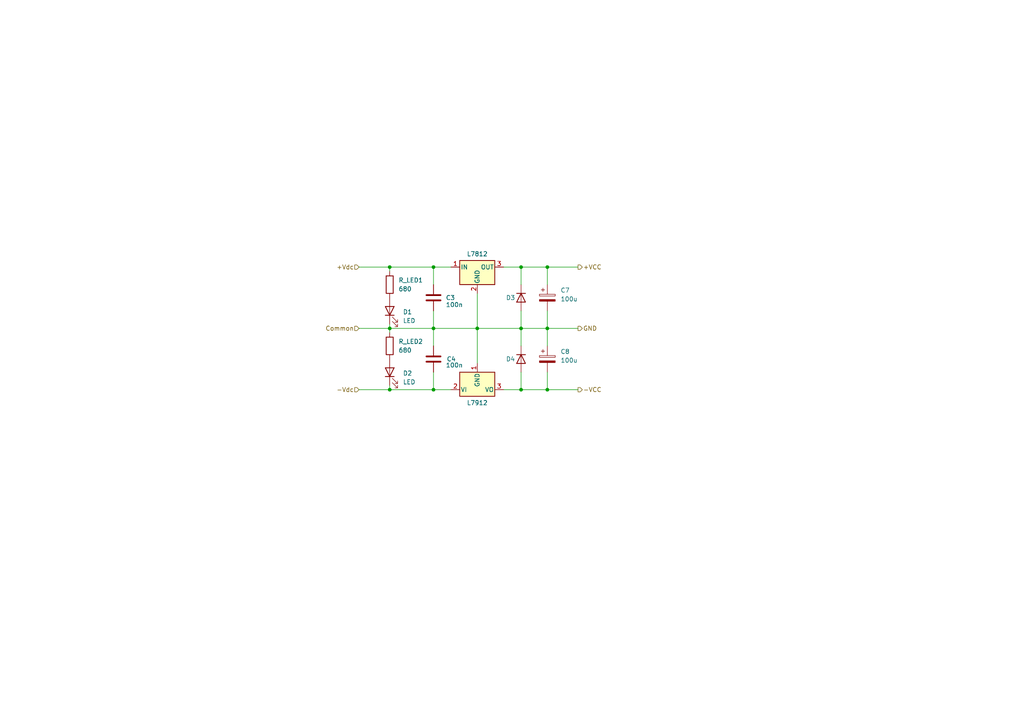
<source format=kicad_sch>
(kicad_sch (version 20231120) (generator "eeschema") (generator_version "8.0")
  (paper "A4")
  (lib_symbols
    (symbol "Device:C" (pin_numbers hide) (pin_names (offset 0.254))
      (property "Reference" "C" (at 0.635 2.54 0))
      (property "Value" "C" (at 0.635 -2.54 0))
      (symbol "C_0_1"
        (polyline (pts (xy -2.032 -0.762) (xy 2.032 -0.762)) (stroke (width 0.508)))
        (polyline (pts (xy -2.032 0.762) (xy 2.032 0.762)) (stroke (width 0.508)))
      )
      (symbol "C_1_1"
        (pin passive line (at 0 3.81 270) (length 2.794) (name "~") (number "1"))
        (pin passive line (at 0 -3.81 90) (length 2.794) (name "~") (number "2"))
      )
    )
    (symbol "Device:C_Polarized" (pin_numbers hide) (pin_names (offset 0.254))
      (property "Reference" "C" (at 0.635 2.54 0))
      (property "Value" "C_Polarized" (at 0.635 -2.54 0))
      (symbol "C_Polarized_0_1"
        (rectangle (start -2.286 0.508) (end 2.286 1.016))
        (polyline (pts (xy -1.778 2.286) (xy -0.762 2.286)))
        (polyline (pts (xy -1.27 2.794) (xy -1.27 1.778)))
        (rectangle (start 2.286 -0.508) (end -2.286 -1.016) (fill (type outline)))
      )
      (symbol "C_Polarized_1_1"
        (pin passive line (at 0 3.81 270) (length 2.794) (name "~") (number "1"))
        (pin passive line (at 0 -3.81 90) (length 2.794) (name "~") (number "2"))
      )
    )
    (symbol "Device:D" (pin_numbers hide) (pin_names (offset 1.016) hide)
      (property "Reference" "D" (at 0 2.54 0))
      (property "Value" "D" (at 0 -2.54 0))
      (symbol "D_0_1"
        (polyline (pts (xy -1.27 1.27) (xy -1.27 -1.27)) (stroke (width 0.254)))
        (polyline (pts (xy 1.27 0) (xy -1.27 0)))
        (polyline (pts (xy 1.27 1.27) (xy 1.27 -1.27) (xy -1.27 0) (xy 1.27 1.27)) (stroke (width 0.254)))
      )
      (symbol "D_1_1"
        (pin passive line (at -3.81 0 0) (length 2.54) (name "K") (number "1"))
        (pin passive line (at 3.81 0 180) (length 2.54) (name "A") (number "2"))
      )
    )
    (symbol "Device:LED" (pin_numbers hide) (pin_names (offset 1.016) hide)
      (property "Reference" "D" (at 0 2.54 0))
      (property "Value" "LED" (at 0 -2.54 0))
      (symbol "LED_0_1"
        (polyline (pts (xy -1.27 -1.27) (xy -1.27 1.27)) (stroke (width 0.254)))
        (polyline (pts (xy -1.27 0) (xy 1.27 0)))
        (polyline (pts (xy 1.27 -1.27) (xy 1.27 1.27) (xy -1.27 0) (xy 1.27 -1.27)) (stroke (width 0.254)))
        (polyline (pts (xy -3.048 -0.762) (xy -4.572 -2.286) (xy -3.81 -2.286) (xy -4.572 -2.286) (xy -4.572 -1.524)))
        (polyline (pts (xy -1.778 -0.762) (xy -3.302 -2.286) (xy -2.54 -2.286) (xy -3.302 -2.286) (xy -3.302 -1.524)))
      )
      (symbol "LED_1_1"
        (pin passive line (at -3.81 0 0) (length 2.54) (name "K") (number "1"))
        (pin passive line (at 3.81 0 180) (length 2.54) (name "A") (number "2"))
      )
    )
    (symbol "Device:R" (pin_numbers hide) (pin_names (offset 0))
      (property "Reference" "R" (at 2.032 0 90))
      (property "Value" "R" (at 0 0 90))
      (symbol "R_0_1"
        (rectangle (start -1.016 -2.54) (end 1.016 2.54) (stroke (width 0.254)))
      )
      (symbol "R_1_1"
        (pin passive line (at 0 3.81 270) (length 1.27) (name "~") (number "1"))
        (pin passive line (at 0 -3.81 90) (length 1.27) (name "~") (number "2"))
      )
    )
    (symbol "Regulator_Linear:L7812" (pin_names (offset 0.254))
      (property "Reference" "U" (at -3.81 3.175 0))
      (property "Value" "L7812" (at 0 3.175 0))
      (symbol "L7812_0_1"
        (rectangle (start -5.08 1.905) (end 5.08 -5.08) (stroke (width 0.254)) (fill (type background)))
      )
      (symbol "L7812_1_1"
        (pin power_in line (at -7.62 0 0) (length 2.54) (name "IN") (number "1"))
        (pin power_in line (at 0 -7.62 90) (length 2.54) (name "GND") (number "2"))
        (pin power_out line (at 7.62 0 180) (length 2.54) (name "OUT") (number "3"))
      )
    )
    (symbol "Regulator_Linear:L7912" (pin_names (offset 0.254))
      (property "Reference" "U" (at -3.81 -3.175 0))
      (property "Value" "L7912" (at 0 -3.175 0))
      (symbol "L7912_0_1"
        (rectangle (start -5.08 5.08) (end 5.08 -1.905) (stroke (width 0.254)) (fill (type background)))
      )
      (symbol "L7912_1_1"
        (pin power_in line (at 0 7.62 270) (length 2.54) (name "GND") (number "1"))
        (pin power_in line (at -7.62 0 0) (length 2.54) (name "VI") (number "2"))
        (pin power_out line (at 7.62 0 180) (length 2.54) (name "VO") (number "3"))
      )
    )
  )
  (junction (at 158.75 113.03))
  (junction (at 125.73 77.47))
  (junction (at 113.03 95.25))
  (junction (at 113.03 77.47))
  (junction (at 125.73 113.03))
  (junction (at 113.03 113.03))
  (junction (at 151.13 77.47))
  (junction (at 151.13 113.03))
  (junction (at 151.13 95.25))
  (junction (at 138.43 95.25))
  (junction (at 158.75 77.47))
  (junction (at 158.75 95.25))
  (junction (at 125.73 95.25))
  (wire (pts (xy 125.73 100.33) (xy 125.73 95.25)))
  (wire (pts (xy 151.13 113.03) (xy 158.75 113.03)))
  (wire (pts (xy 125.73 82.55) (xy 125.73 77.47)))
  (wire (pts (xy 104.14 113.03) (xy 113.03 113.03)))
  (wire (pts (xy 138.43 95.25) (xy 151.13 95.25)))
  (wire (pts (xy 113.03 78.74) (xy 113.03 77.47)))
  (wire (pts (xy 158.75 95.25) (xy 167.64 95.25)))
  (wire (pts (xy 146.05 77.47) (xy 151.13 77.47)))
  (wire (pts (xy 151.13 90.17) (xy 151.13 95.25)))
  (wire (pts (xy 158.75 107.95) (xy 158.75 113.03)))
  (wire (pts (xy 146.05 113.03) (xy 151.13 113.03)))
  (wire (pts (xy 158.75 77.47) (xy 167.64 77.47)))
  (wire (pts (xy 151.13 100.33) (xy 151.13 95.25)))
  (wire (pts (xy 151.13 82.55) (xy 151.13 77.47)))
  (wire (pts (xy 104.14 95.25) (xy 113.03 95.25)))
  (wire (pts (xy 151.13 107.95) (xy 151.13 113.03)))
  (wire (pts (xy 151.13 77.47) (xy 158.75 77.47)))
  (wire (pts (xy 113.03 95.25) (xy 125.73 95.25)))
  (wire (pts (xy 151.13 95.25) (xy 158.75 95.25)))
  (wire (pts (xy 113.03 113.03) (xy 125.73 113.03)))
  (wire (pts (xy 113.03 93.98) (xy 113.03 95.25)))
  (wire (pts (xy 125.73 90.17) (xy 125.73 95.25)))
  (wire (pts (xy 138.43 105.41) (xy 138.43 95.25)))
  (wire (pts (xy 158.75 82.55) (xy 158.75 77.47)))
  (wire (pts (xy 138.43 95.25) (xy 138.43 85.09)))
  (wire (pts (xy 158.75 113.03) (xy 167.64 113.03)))
  (wire (pts (xy 125.73 113.03) (xy 130.81 113.03)))
  (wire (pts (xy 113.03 95.25) (xy 113.03 96.52)))
  (wire (pts (xy 113.03 77.47) (xy 125.73 77.47)))
  (wire (pts (xy 158.75 90.17) (xy 158.75 95.25)))
  (wire (pts (xy 104.14 77.47) (xy 113.03 77.47)))
  (wire (pts (xy 125.73 95.25) (xy 138.43 95.25)))
  (wire (pts (xy 125.73 107.95) (xy 125.73 113.03)))
  (wire (pts (xy 113.03 111.76) (xy 113.03 113.03)))
  (wire (pts (xy 125.73 77.47) (xy 130.81 77.47)))
  (wire (pts (xy 158.75 100.33) (xy 158.75 95.25)))
  (hierarchical_label "GND" (shape output) (at 167.64 95.25 0))
  (hierarchical_label "Common" (shape input) (at 104.14 95.25 180))
  (hierarchical_label "-Vdc" (shape input) (at 104.14 113.03 180))
  (hierarchical_label "+Vdc" (shape input) (at 104.14 77.47 180))
  (hierarchical_label "-VCC" (shape output) (at 167.64 113.03 0))
  (hierarchical_label "+VCC" (shape output) (at 167.64 77.47 0))
  (symbol (lib_id "Device:D") (at 151.13 104.14 90) (mirror x) (unit 1)
    (property "Reference" "D4" (at 148.082 104.14 90))
    (property "Value" "D" (effects (hide yes)))
    (property "Description" "Diode" (effects (hide yes)))
    (property "Sim.Device" "D" (effects (hide yes)))
    (property "Sim.Pins" "1=K 2=A" (effects (hide yes)))
  )
  (symbol (lib_id "Device:C_Polarized") (at 158.75 104.14 0) (unit 1)
    (property "Reference" "C8" (at 162.56 101.9809 0) (effects (justify left)))
    (property "Value" "100u" (at 162.56 104.5209 0) (effects (justify left)))
    (property "Description" "Polarized capacitor" (effects (hide yes)))
  )
  (symbol (lib_id "Device:D") (at 151.13 86.36 90) (mirror x) (unit 1)
    (property "Reference" "D3" (at 148.082 86.36 90))
    (property "Value" "D" (effects (hide yes)))
    (property "Description" "Diode" (effects (hide yes)))
    (property "Sim.Device" "D" (effects (hide yes)))
    (property "Sim.Pins" "1=K 2=A" (effects (hide yes)))
  )
  (symbol (lib_id "Device:C") (at 125.73 104.14 0) (unit 1)
    (property "Reference" "C4" (at 129.54 104.14 0) (effects (justify left)))
    (property "Value" "100n" (at 129.286 105.918 0) (effects (justify left)))
    (property "Description" "Unpolarized capacitor" (effects (hide yes)))
  )
  (symbol (lib_id "Regulator_Linear:L7912") (at 138.43 113.03 0) (unit 1)
    (property "Reference" "U14" (effects (hide yes)))
    (property "Value" "L7912" (at 138.43 116.84 0))
    (property "Datasheet" "http://www.st.com/content/ccc/resource/technical/document/datasheet/c9/16/86/41/c7/2b/45/f2/CD00000450.pdf/files/CD00000450.pdf/jcr:content/translations/en.CD00000450.pdf" (effects (hide yes)))
    (property "Description" "Negative 1.5A 35V Linear Regulator, Fixed Output -12V, TO-220/TO-263" (effects (hide yes)))
  )
  (symbol (lib_id "Device:LED") (at 113.03 90.17 90) (unit 1)
    (property "Reference" "D1" (at 116.84 90.4874 90) (effects (justify right)))
    (property "Value" "LED" (at 116.84 93.0274 90) (effects (justify right)))
    (property "Description" "Light emitting diode" (effects (hide yes)))
  )
  (symbol (lib_id "Device:R") (at 113.03 100.33 0) (unit 1)
    (property "Reference" "R_LED2" (at 115.57 99.0599 0) (effects (justify left)))
    (property "Value" "680" (at 115.57 101.5999 0) (effects (justify left)))
    (property "Description" "Resistor" (effects (hide yes)))
  )
  (symbol (lib_id "Device:C") (at 125.73 86.36 0) (unit 1)
    (property "Reference" "C3" (at 129.286 86.36 0) (effects (justify left)))
    (property "Value" "100n" (at 129.286 88.392 0) (effects (justify left)))
    (property "Description" "Unpolarized capacitor" (effects (hide yes)))
  )
  (symbol (lib_id "Regulator_Linear:L7812") (at 138.43 77.47 0) (unit 1)
    (property "Reference" "U13" (effects (hide yes)))
    (property "Value" "L7812" (at 138.43 73.66 0))
    (property "Datasheet" "http://www.st.com/content/ccc/resource/technical/document/datasheet/41/4f/b3/b0/12/d4/47/88/CD00000444.pdf/files/CD00000444.pdf/jcr:content/translations/en.CD00000444.pdf" (effects (hide yes)))
    (property "Description" "Positive 1.5A 35V Linear Regulator, Fixed Output 12V, TO-220/TO-263/TO-252" (effects (hide yes)))
  )
  (symbol (lib_id "Device:R") (at 113.03 82.55 0) (unit 1)
    (property "Reference" "R_LED1" (at 115.57 81.2799 0) (effects (justify left)))
    (property "Value" "680" (at 115.57 83.8199 0) (effects (justify left)))
    (property "Description" "Resistor" (effects (hide yes)))
  )
  (symbol (lib_id "Device:C_Polarized") (at 158.75 86.36 0) (unit 1)
    (property "Reference" "C7" (at 162.56 84.2009 0) (effects (justify left)))
    (property "Value" "100u" (at 162.56 86.7409 0) (effects (justify left)))
    (property "Description" "Polarized capacitor" (effects (hide yes)))
  )
  (symbol (lib_id "Device:LED") (at 113.03 107.95 90) (unit 1)
    (property "Reference" "D2" (at 116.84 108.2674 90) (effects (justify right)))
    (property "Value" "LED" (at 116.84 110.8074 90) (effects (justify right)))
    (property "Description" "Light emitting diode" (effects (hide yes)))
  )
)
</source>
